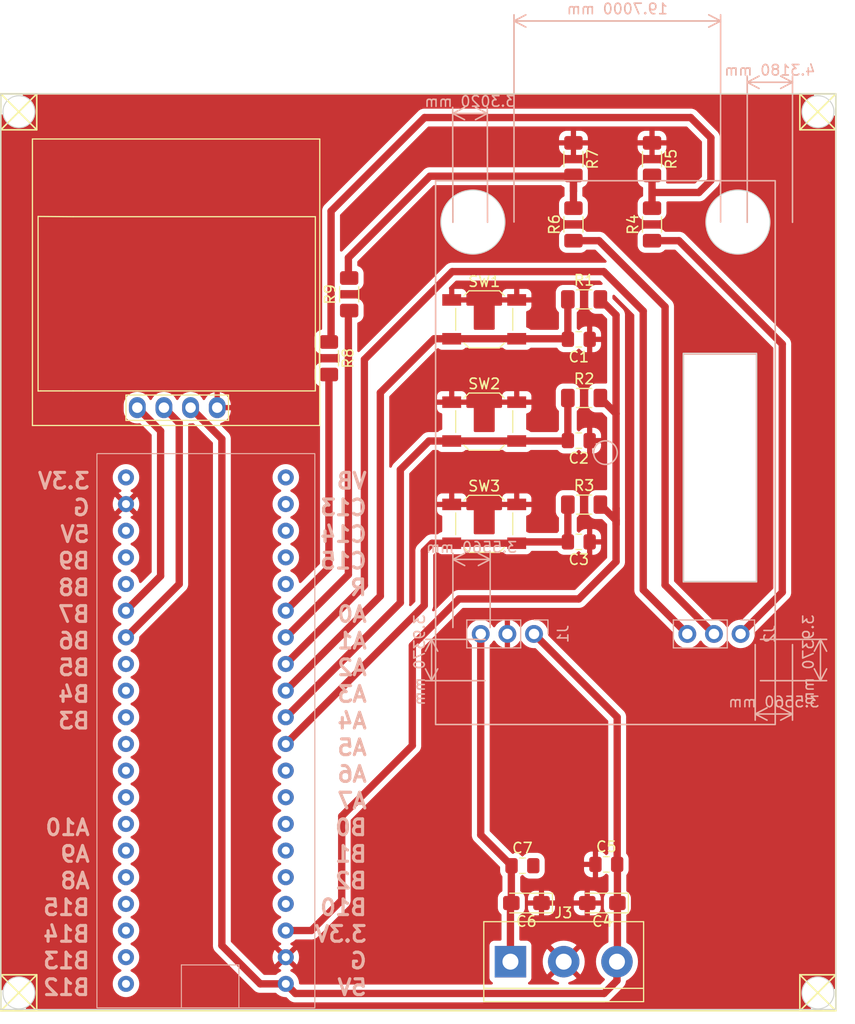
<source format=kicad_pcb>
(kicad_pcb (version 20221018) (generator pcbnew)
  (layers (0 "F.Cu" signal) (31 "B.Cu" signal) (34 "B.Paste" user) (35 "F.Paste" user) (36 "B.SilkS" user "B.Silkscreen") (37 "F.SilkS" user "F.Silkscreen") (38 "B.Mask" user) (39 "F.Mask" user) (44 "Edge.Cuts" user))
  (net 0 "")
  (net 1 "GND")
  (net 2 "+5V")
  (net 3 "Net-(Brd1-SCL)")
  (net 4 "Net-(Brd1-SDA)")
  (net 5 "Button1")
  (net 6 "Button2")
  (net 7 "Button3")
  (net 8 "-5V")
  (net 9 "+3V3")
  (net 10 "ADC0")
  (net 11 "ADC1")
  (net 38 "Pot1")
  (net 39 "Pot2")
  (net 40 "Out")
  (net 41 "Net-(R4-Pad2)")
  (net 42 "Net-(R6-Pad2)")
  (footprint "Button_Switch_SMD:SW_SPST_SKQG_WithStem" (layer "F.Cu") (at 166.751 79.964)
    (fp_text reference "SW3" (at 0 -3.6) (layer "F.SilkS"))
    (fp_text value "SW_Push")
    (fp_line (start -2.72 1.04) (end -2.72 -1.04) (stroke (width 0.12)) (layer "F.SilkS"))
    (fp_line (start -1.45 -2.72) (end -1.94 -2.23) (stroke (width 0.12)) (layer "F.SilkS"))
    (fp_line (start -1.45 -2.72) (end 1.45 -2.72) (stroke (width 0.12)) (layer "F.SilkS"))
    (fp_line (start -1.45 2.72) (end -1.94 2.23) (stroke (width 0.12)) (layer "F.SilkS"))
    (fp_line (start -1.45 2.72) (end 1.45 2.72) (stroke (width 0.12)) (layer "F.SilkS"))
    (fp_line (start 1.45 -2.72) (end 1.94 -2.23) (stroke (width 0.12)) (layer "F.SilkS"))
    (fp_line (start 1.45 2.72) (end 1.94 2.23) (stroke (width 0.12)) (layer "F.SilkS"))
    (fp_line (start 2.72 1.04) (end 2.72 -1.04) (stroke (width 0.12)) (layer "F.SilkS"))
    (pad "1" smd rect (at -3.1 -1.85) (size 1.8 1.1) (layers "F.Cu" "F.Paste" "F.Mask") (net 1 "GND"))
    (pad "1" smd rect (at 3.1 -1.85) (size 1.8 1.1) (layers "F.Cu" "F.Paste" "F.Mask") (net 1 "GND"))
    (pad "2" smd rect (at -3.1 1.85) (size 1.8 1.1) (layers "F.Cu" "F.Paste" "F.Mask") (net 7 "Button3"))
    (pad "2" smd rect (at 3.1 1.85) (size 1.8 1.1) (layers "F.Cu" "F.Paste" "F.Mask") (net 7 "Button3"))
    (zone (net 0) (net_name "") (layer "F.Cu") (connect_pads (clearance 0)) (min_thickness 0.254)
      (keepout (tracks not_allowed) (vias not_allowed) (pads not_allowed) (copperpour not_allowed) (footprints not_allowed))
      (fill (thermal_gap 0.508) (thermal_bridge_width 0.508))
      (polygon (pts (xy 162.751 78.664) (xy 165.751 78.664) (xy 165.751 81.264) (xy 162.751 81.264)))
    )
    (zone (net 0) (net_name "") (layer "F.Cu") (connect_pads (clearance 0)) (min_thickness 0.254)
      (keepout (tracks not_allowed) (vias not_allowed) (pads not_allowed) (copperpour not_allowed) (footprints not_allowed))
      (fill (thermal_gap 0.508) (thermal_bridge_width 0.508))
      (polygon (pts (xy 167.751 78.664) (xy 170.751 78.664) (xy 170.751 81.264) (xy 167.751 81.264)))
    )
  )
  (footprint "Capacitor_SMD:C_0805_2012Metric_Pad1.18x1.45mm_HandSolder" (layer "F.Cu") (at 170.3935 112.54225)
    (fp_text reference "C7" (at 0 -1.68) (layer "F.SilkS"))
    (fp_text value "C")
    (fp_line (start -0.261252 -0.735) (end 0.261252 -0.735) (stroke (width 0.12)) (layer "F.SilkS"))
    (fp_line (start -0.261252 0.735) (end 0.261252 0.735) (stroke (width 0.12)) (layer "F.SilkS"))
    (pad "1" smd roundrect (at -1.0375 0) (size 1.175 1.45) (layers "F.Cu" "F.Paste" "F.Mask") (roundrect_rratio 0.212766) (net 1 "GND"))
    (pad "2" smd roundrect (at 1.0375 0) (size 1.175 1.45) (layers "F.Cu" "F.Paste" "F.Mask") (roundrect_rratio 0.212766) (net 8 "-5V"))
  )
  (footprint "Resistor_SMD:R_1206_3216Metric_Pad1.30x1.75mm_HandSolder" (layer "F.Cu") (at 175.26 51.435 90)
    (fp_text reference "R6" (at 0 -1.82 90) (layer "F.SilkS"))
    (fp_text value "R")
    (fp_line (start -0.727064 -0.91) (end 0.727064 -0.91) (stroke (width 0.12)) (layer "F.SilkS"))
    (fp_line (start -0.727064 0.91) (end 0.727064 0.91) (stroke (width 0.12)) (layer "F.SilkS"))
    (pad "1" smd roundrect (at -1.55 0 90) (size 1.3 1.75) (layers "F.Cu" "F.Paste" "F.Mask") (roundrect_rratio 0.192308) (net 39 "Pot2"))
    (pad "2" smd roundrect (at 1.55 0 90) (size 1.3 1.75) (layers "F.Cu" "F.Paste" "F.Mask") (roundrect_rratio 0.192308) (net 42 "Net-(R6-Pad2)"))
  )
  (footprint "TerminalBlock:TerminalBlock_bornier-3_P5.08mm" (layer "F.Cu") (at 169.2505 121.68625)
    (fp_text reference "J3" (at 5.05 -4.65) (layer "F.SilkS"))
    (fp_text value "Screw_Terminal_01x03")
    (fp_line (start -2.54 -3.81) (end 12.7 -3.81) (stroke (width 0.12)) (layer "F.SilkS"))
    (fp_line (start -2.54 2.54) (end 12.7 2.54) (stroke (width 0.12)) (layer "F.SilkS"))
    (fp_line (start -2.54 3.81) (end -2.54 -3.81) (stroke (width 0.12)) (layer "F.SilkS"))
    (fp_line (start -2.54 3.81) (end 12.7 3.81) (stroke (width 0.12)) (layer "F.SilkS"))
    (fp_line (start 12.7 3.81) (end 12.7 -3.81) (stroke (width 0.12)) (layer "F.SilkS"))
    (pad "1" thru_hole rect (at 0 0) (size 3 3) (drill 1.52) (layers "*.Cu" "*.Mask") (net 8 "-5V"))
    (pad "2" thru_hole circle (at 5.08 0) (size 3 3) (drill 1.52) (layers "*.Cu" "*.Mask") (net 1 "GND"))
    (pad "3" thru_hole circle (at 10.16 0) (size 3 3) (drill 1.52) (layers "*.Cu" "*.Mask") (net 2 "+5V"))
  )
  (footprint "Resistor_SMD:R_1206_3216Metric_Pad1.30x1.75mm_HandSolder" (layer "F.Cu") (at 175.26 45.212 -90)
    (fp_text reference "R7" (at 0 -1.82 90) (layer "F.SilkS"))
    (fp_text value "R")
    (fp_line (start -0.727064 -0.91) (end 0.727064 -0.91) (stroke (width 0.12)) (layer "F.SilkS"))
    (fp_line (start -0.727064 0.91) (end 0.727064 0.91) (stroke (width 0.12)) (layer "F.SilkS"))
    (pad "1" smd roundrect (at -1.55 0 270) (size 1.3 1.75) (layers "F.Cu" "F.Paste" "F.Mask") (roundrect_rratio 0.192308) (net 1 "GND"))
    (pad "2" smd roundrect (at 1.55 0 270) (size 1.3 1.75) (layers "F.Cu" "F.Paste" "F.Mask") (roundrect_rratio 0.192308) (net 42 "Net-(R6-Pad2)"))
  )
  (footprint "Capacitor_SMD:C_0805_2012Metric_Pad1.18x1.45mm_HandSolder" (layer "F.Cu") (at 175.768 62.383 180)
    (fp_text reference "C1" (at 0 -1.68) (layer "F.SilkS"))
    (fp_text value "C")
    (fp_line (start -0.261252 -0.735) (end 0.261252 -0.735) (stroke (width 0.12)) (layer "F.SilkS"))
    (fp_line (start -0.261252 0.735) (end 0.261252 0.735) (stroke (width 0.12)) (layer "F.SilkS"))
    (pad "1" smd roundrect (at -1.0375 0 180) (size 1.175 1.45) (layers "F.Cu" "F.Paste" "F.Mask") (roundrect_rratio 0.212766) (net 1 "GND"))
    (pad "2" smd roundrect (at 1.0375 0 180) (size 1.175 1.45) (layers "F.Cu" "F.Paste" "F.Mask") (roundrect_rratio 0.212766) (net 5 "Button1"))
  )
  (footprint "Footprints:128x64OLED" (layer "F.Cu") (at 137.668 58.293 180)
    (fp_text reference "Brd1" hide)
    (fp_text value "SSD1306")
    (fp_line (start -13.4 -12.3) (end 14 -12.3) (stroke (width 0.12)) (layer "F.SilkS"))
    (fp_line (start -13.4 15) (end -13.4 -12.3) (stroke (width 0.12)) (layer "F.SilkS"))
    (fp_line (start -12.978 -9.005) (end 10.122 -9.005) (stroke (width 0.12)) (layer "F.SilkS"))
    (fp_line (start -12.978 7.595) (end -12.978 -9.005) (stroke (width 0.12)) (layer "F.SilkS"))
    (fp_line (start -4.699 -11.811) (end -4.699 -9.398) (stroke (width 0.12)) (layer "F.SilkS"))
    (fp_line (start -4.699 -11.811) (end 5.08 -11.811) (stroke (width 0.12)) (layer "F.SilkS"))
    (fp_line (start 5.08 -11.811) (end 5.08 -9.398) (stroke (width 0.12)) (layer "F.SilkS"))
    (fp_line (start 5.08 -9.398) (end -4.699 -9.398) (stroke (width 0.12)) (layer "F.SilkS"))
    (fp_line (start 10.122 -9.005) (end 13.208 -9.005) (stroke (width 0.12)) (layer "F.SilkS"))
    (fp_line (start 10.122 7.595) (end -12.978 7.595) (stroke (width 0.12)) (layer "F.SilkS"))
    (fp_line (start 10.122 7.595) (end 13.462 7.62) (stroke (width 0.12)) (layer "F.SilkS"))
    (fp_line (start 13.462 -9.017) (end 13.208 -9.005) (stroke (width 0.12)) (layer "F.SilkS"))
    (fp_line (start 13.462 7.62) (end 13.462 -9.017) (stroke (width 0.12)) (layer "F.SilkS"))
    (fp_line (start 14 -12.3) (end 14 15) (stroke (width 0.12)) (layer "F.SilkS"))
    (fp_line (start 14 15) (end -13.4 15) (stroke (width 0.12)) (layer "F.SilkS"))
    (pad "1" thru_hole oval (at -3.62 -10.6 270) (size 2 1.6) (drill 1) (layers "*.Cu" "*.Mask") (net 1 "GND"))
    (pad "2" thru_hole oval (at -1.08 -10.6 270) (size 2 1.6) (drill 1) (layers "*.Cu" "*.Mask") (net 2 "+5V"))
    (pad "3" thru_hole oval (at 1.46 -10.6 270) (size 2 1.6) (drill 1) (layers "*.Cu" "*.Mask") (net 3 "Net-(Brd1-SCL)"))
    (pad "4" thru_hole oval (at 4 -10.6 270) (size 2 1.6) (drill 1) (layers "*.Cu" "*.Mask") (net 4 "Net-(Brd1-SDA)"))
  )
  (footprint "Capacitor_SMD:C_0805_2012Metric_Pad1.18x1.45mm_HandSolder" (layer "F.Cu") (at 175.768 81.687 180)
    (fp_text reference "C3" (at 0 -1.68) (layer "F.SilkS"))
    (fp_text value "C")
    (fp_line (start -0.261252 -0.735) (end 0.261252 -0.735) (stroke (width 0.12)) (layer "F.SilkS"))
    (fp_line (start -0.261252 0.735) (end 0.261252 0.735) (stroke (width 0.12)) (layer "F.SilkS"))
    (pad "1" smd roundrect (at -1.0375 0 180) (size 1.175 1.45) (layers "F.Cu" "F.Paste" "F.Mask") (roundrect_rratio 0.212766) (net 1 "GND"))
    (pad "2" smd roundrect (at 1.0375 0 180) (size 1.175 1.45) (layers "F.Cu" "F.Paste" "F.Mask") (roundrect_rratio 0.212766) (net 7 "Button3"))
  )
  (footprint "Capacitor_Tantalum_SMD:CP_EIA-3216-18_Kemet-A_Pad1.58x1.35mm_HandSolder" (layer "F.Cu") (at 170.7745 116.09825 180)
    (fp_text reference "C6" (at 0 -1.75) (layer "F.SilkS"))
    (fp_text value "C_Polarized")
    (fp_line (start -2.485 -0.935) (end -2.485 0.935) (stroke (width 0.12)) (layer "F.SilkS"))
    (fp_line (start -2.485 0.935) (end 1.6 0.935) (stroke (width 0.12)) (layer "F.SilkS"))
    (fp_line (start 1.6 -0.935) (end -2.485 -0.935) (stroke (width 0.12)) (layer "F.SilkS"))
    (pad "1" smd roundrect (at -1.4375 0 180) (size 1.575 1.35) (layers "F.Cu" "F.Paste" "F.Mask") (roundrect_rratio 0.185185) (net 1 "GND"))
    (pad "2" smd roundrect (at 1.4375 0 180) (size 1.575 1.35) (layers "F.Cu" "F.Paste" "F.Mask") (roundrect_rratio 0.185185) (net 8 "-5V"))
  )
  (footprint "Resistor_SMD:R_1206_3216Metric_Pad1.30x1.75mm_HandSolder" (layer "F.Cu") (at 176.276 78.131)
    (fp_text reference "R3" (at 0 -1.82) (layer "F.SilkS"))
    (fp_text value "R")
    (fp_line (start -0.727064 -0.91) (end 0.727064 -0.91) (stroke (width 0.12)) (layer "F.SilkS"))
    (fp_line (start -0.727064 0.91) (end 0.727064 0.91) (stroke (width 0.12)) (layer "F.SilkS"))
    (pad "1" smd roundrect (at -1.55 0) (size 1.3 1.75) (layers "F.Cu" "F.Paste" "F.Mask") (roundrect_rratio 0.192308) (net 7 "Button3"))
    (pad "2" smd roundrect (at 1.55 0) (size 1.3 1.75) (layers "F.Cu" "F.Paste" "F.Mask") (roundrect_rratio 0.192308) (net 9 "+3V3"))
  )
  (footprint "Resistor_SMD:R_1206_3216Metric_Pad1.30x1.75mm_HandSolder" (layer "F.Cu") (at 153.8732 58.0904 90)
    (fp_text reference "R9" (at 0 -1.82 90) (layer "F.SilkS"))
    (fp_text value "R")
    (fp_line (start -0.727064 -0.91) (end 0.727064 -0.91) (stroke (width 0.12)) (layer "F.SilkS"))
    (fp_line (start -0.727064 0.91) (end 0.727064 0.91) (stroke (width 0.12)) (layer "F.SilkS"))
    (pad "1" smd roundrect (at -1.55 0 90) (size 1.3 1.75) (layers "F.Cu" "F.Paste" "F.Mask") (roundrect_rratio 0.192308) (net 11 "ADC1"))
    (pad "2" smd roundrect (at 1.55 0 90) (size 1.3 1.75) (layers "F.Cu" "F.Paste" "F.Mask") (roundrect_rratio 0.192308) (net 42 "Net-(R6-Pad2)"))
  )
  (footprint "Resistor_SMD:R_1206_3216Metric_Pad1.30x1.75mm_HandSolder" (layer "F.Cu") (at 182.753 45.212 -90)
    (fp_text reference "R5" (at 0 -1.82 -270) (layer "F.SilkS"))
    (fp_text value "R")
    (fp_line (start -0.727064 -0.91) (end 0.727064 -0.91) (stroke (width 0.12)) (layer "F.SilkS"))
    (fp_line (start -0.727064 0.91) (end 0.727064 0.91) (stroke (width 0.12)) (layer "F.SilkS"))
    (pad "1" smd roundrect (at -1.55 0 270) (size 1.3 1.75) (layers "F.Cu" "F.Paste" "F.Mask") (roundrect_rratio 0.192308) (net 1 "GND"))
    (pad "2" smd roundrect (at 1.55 0 270) (size 1.3 1.75) (layers "F.Cu" "F.Paste" "F.Mask") (roundrect_rratio 0.192308) (net 41 "Net-(R4-Pad2)"))
  )
  (footprint "Resistor_SMD:R_1206_3216Metric_Pad1.30x1.75mm_HandSolder" (layer "F.Cu") (at 176.276 58.573)
    (fp_text reference "R1" (at 0 -1.82) (layer "F.SilkS"))
    (fp_text value "R")
    (fp_line (start -0.727064 -0.91) (end 0.727064 -0.91) (stroke (width 0.12)) (layer "F.SilkS"))
    (fp_line (start -0.727064 0.91) (end 0.727064 0.91) (stroke (width 0.12)) (layer "F.SilkS"))
    (pad "1" smd roundrect (at -1.55 0) (size 1.3 1.75) (layers "F.Cu" "F.Paste" "F.Mask") (roundrect_rratio 0.192308) (net 5 "Button1"))
    (pad "2" smd roundrect (at 1.55 0) (size 1.3 1.75) (layers "F.Cu" "F.Paste" "F.Mask") (roundrect_rratio 0.192308) (net 9 "+3V3"))
  )
  (footprint "Resistor_SMD:R_1206_3216Metric_Pad1.30x1.75mm_HandSolder" (layer "F.Cu") (at 176.276 67.971)
    (fp_text reference "R2" (at 0 -1.82) (layer "F.SilkS"))
    (fp_text value "R")
    (fp_line (start -0.727064 -0.91) (end 0.727064 -0.91) (stroke (width 0.12)) (layer "F.SilkS"))
    (fp_line (start -0.727064 0.91) (end 0.727064 0.91) (stroke (width 0.12)) (layer "F.SilkS"))
    (pad "1" smd roundrect (at -1.55 0) (size 1.3 1.75) (layers "F.Cu" "F.Paste" "F.Mask") (roundrect_rratio 0.192308) (net 6 "Button2"))
    (pad "2" smd roundrect (at 1.55 0) (size 1.3 1.75) (layers "F.Cu" "F.Paste" "F.Mask") (roundrect_rratio 0.192308) (net 9 "+3V3"))
  )
  (footprint "Button_Switch_SMD:SW_SPST_SKQG_WithStem" (layer "F.Cu") (at 166.751 60.478)
    (fp_text reference "SW1" (at 0 -3.6) (layer "F.SilkS"))
    (fp_text value "SW_Push")
    (fp_line (start -2.72 1.04) (end -2.72 -1.04) (stroke (width 0.12)) (layer "F.SilkS"))
    (fp_line (start -1.45 -2.72) (end -1.94 -2.23) (stroke (width 0.12)) (layer "F.SilkS"))
    (fp_line (start -1.45 -2.72) (end 1.45 -2.72) (stroke (width 0.12)) (layer "F.SilkS"))
    (fp_line (start -1.45 2.72) (end -1.94 2.23) (stroke (width 0.12)) (layer "F.SilkS"))
    (fp_line (start -1.45 2.72) (end 1.45 2.72) (stroke (width 0.12)) (layer "F.SilkS"))
    (fp_line (start 1.45 -2.72) (end 1.94 -2.23) (stroke (width 0.12)) (layer "F.SilkS"))
    (fp_line (start 1.45 2.72) (end 1.94 2.23) (stroke (width 0.12)) (layer "F.SilkS"))
    (fp_line (start 2.72 1.04) (end 2.72 -1.04) (stroke (width 0.12)) (layer "F.SilkS"))
    (pad "1" smd rect (at -3.1 -1.85) (size 1.8 1.1) (layers "F.Cu" "F.Paste" "F.Mask") (net 1 "GND"))
    (pad "1" smd rect (at 3.1 -1.85) (size 1.8 1.1) (layers "F.Cu" "F.Paste" "F.Mask") (net 1 "GND"))
    (pad "2" smd rect (at -3.1 1.85) (size 1.8 1.1) (layers "F.Cu" "F.Paste" "F.Mask") (net 5 "Button1"))
    (pad "2" smd rect (at 3.1 1.85) (size 1.8 1.1) (layers "F.Cu" "F.Paste" "F.Mask") (net 5 "Button1"))
    (zone (net 0) (net_name "") (layer "F.Cu") (connect_pads (clearance 0)) (min_thickness 0.254)
      (keepout (tracks not_allowed) (vias not_allowed) (pads not_allowed) (copperpour not_allowed) (footprints not_allowed))
      (fill (thermal_gap 0.508) (thermal_bridge_width 0.508))
      (polygon (pts (xy 162.751 59.178) (xy 165.751 59.178) (xy 165.751 61.778) (xy 162.751 61.778)))
    )
    (zone (net 0) (net_name "") (layer "F.Cu") (connect_pads (clearance 0)) (min_thickness 0.254)
      (keepout (tracks not_allowed) (vias not_allowed) (pads not_allowed) (copperpour not_allowed) (footprints not_allowed))
      (fill (thermal_gap 0.508) (thermal_bridge_width 0.508))
      (polygon (pts (xy 167.751 59.178) (xy 170.751 59.178) (xy 170.751 61.778) (xy 167.751 61.778)))
    )
  )
  (footprint "Capacitor_SMD:C_0805_2012Metric_Pad1.18x1.45mm_HandSolder" (layer "F.Cu") (at 175.768 72.035 180)
    (fp_text reference "C2" (at 0 -1.68) (layer "F.SilkS"))
    (fp_text value "C")
    (fp_line (start -0.261252 -0.735) (end 0.261252 -0.735) (stroke (width 0.12)) (layer "F.SilkS"))
    (fp_line (start -0.261252 0.735) (end 0.261252 0.735) (stroke (width 0.12)) (layer "F.SilkS"))
    (pad "1" smd roundrect (at -1.0375 0 180) (size 1.175 1.45) (layers "F.Cu" "F.Paste" "F.Mask") (roundrect_rratio 0.212766) (net 1 "GND"))
    (pad "2" smd roundrect (at 1.0375 0 180) (size 1.175 1.45) (layers "F.Cu" "F.Paste" "F.Mask") (roundrect_rratio 0.212766) (net 6 "Button2"))
  )
  (footprint "Capacitor_SMD:C_0805_2012Metric_Pad1.18x1.45mm_HandSolder" (layer "F.Cu") (at 178.3945 112.41525)
    (fp_text reference "C5" (at 0 -1.68) (layer "F.SilkS"))
    (fp_text value "C")
    (fp_line (start -0.261252 -0.735) (end 0.261252 -0.735) (stroke (width 0.12)) (layer "F.SilkS"))
    (fp_line (start -0.261252 0.735) (end 0.261252 0.735) (stroke (width 0.12)) (layer "F.SilkS"))
    (pad "1" smd roundrect (at -1.0375 0) (size 1.175 1.45) (layers "F.Cu" "F.Paste" "F.Mask") (roundrect_rratio 0.212766) (net 1 "GND"))
    (pad "2" smd roundrect (at 1.0375 0) (size 1.175 1.45) (layers "F.Cu" "F.Paste" "F.Mask") (roundrect_rratio 0.212766) (net 2 "+5V"))
  )
  (footprint "Capacitor_Tantalum_SMD:CP_EIA-3216-18_Kemet-A_Pad1.58x1.35mm_HandSolder" (layer "F.Cu") (at 178.0135 116.09825 180)
    (fp_text reference "C4" (at 0 -1.75) (layer "F.SilkS"))
    (fp_text value "C_Polarized")
    (fp_line (start -2.485 -0.935) (end -2.485 0.935) (stroke (width 0.12)) (layer "F.SilkS"))
    (fp_line (start -2.485 0.935) (end 1.6 0.935) (stroke (width 0.12)) (layer "F.SilkS"))
    (fp_line (start 1.6 -0.935) (end -2.485 -0.935) (stroke (width 0.12)) (layer "F.SilkS"))
    (pad "1" smd roundrect (at -1.4375 0 180) (size 1.575 1.35) (layers "F.Cu" "F.Paste" "F.Mask") (roundrect_rratio 0.185185) (net 2 "+5V"))
    (pad "2" smd roundrect (at 1.4375 0 180) (size 1.575 1.35) (layers "F.Cu" "F.Paste" "F.Mask") (roundrect_rratio 0.185185) (net 1 "GND"))
  )
  (footprint "Resistor_SMD:R_1206_3216Metric_Pad1.30x1.75mm_HandSolder" (layer "F.Cu") (at 182.753 51.435 90)
    (fp_text reference "R4" (at 0 -1.82 90) (layer "F.SilkS"))
    (fp_text value "R")
    (fp_line (start -0.727064 -0.91) (end 0.727064 -0.91) (stroke (width 0.12)) (layer "F.SilkS"))
    (fp_line (start -0.727064 0.91) (end 0.727064 0.91) (stroke (width 0.12)) (layer "F.SilkS"))
    (pad "1" smd roundrect (at -1.55 0 90) (size 1.3 1.75) (layers "F.Cu" "F.Paste" "F.Mask") (roundrect_rratio 0.192308) (net 38 "Pot1"))
    (pad "2" smd roundrect (at 1.55 0 90) (size 1.3 1.75) (layers "F.Cu" "F.Paste" "F.Mask") (roundrect_rratio 0.192308) (net 41 "Net-(R4-Pad2)"))
  )
  (footprint "Button_Switch_SMD:SW_SPST_SKQG_WithStem" (layer "F.Cu") (at 166.751 70.221)
    (fp_text reference "SW2" (at 0 -3.6) (layer "F.SilkS"))
    (fp_text value "SW_Push")
    (fp_line (start -2.72 1.04) (end -2.72 -1.04) (stroke (width 0.12)) (layer "F.SilkS"))
    (fp_line (start -1.45 -2.72) (end -1.94 -2.23) (stroke (width 0.12)) (layer "F.SilkS"))
    (fp_line (start -1.45 -2.72) (end 1.45 -2.72) (stroke (width 0.12)) (layer "F.SilkS"))
    (fp_line (start -1.45 2.72) (end -1.94 2.23) (stroke (width 0.12)) (layer "F.SilkS"))
    (fp_line (start -1.45 2.72) (end 1.45 2.72) (stroke (width 0.12)) (layer "F.SilkS"))
    (fp_line (start 1.45 -2.72) (end 1.94 -2.23) (stroke (width 0.12)) (layer "F.SilkS"))
    (fp_line (start 1.45 2.72) (end 1.94 2.23) (stroke (width 0.12)) (layer "F.SilkS"))
    (fp_line (start 2.72 1.04) (end 2.72 -1.04) (stroke (width 0.12)) (layer "F.SilkS"))
    (pad "1" smd rect (at -3.1 -1.85) (size 1.8 1.1) (layers "F.Cu" "F.Paste" "F.Mask") (net 1 "GND"))
    (pad "1" smd rect (at 3.1 -1.85) (size 1.8 1.1) (layers "F.Cu" "F.Paste" "F.Mask") (net 1 "GND"))
    (pad "2" smd rect (at -3.1 1.85) (size 1.8 1.1) (layers "F.Cu" "F.Paste" "F.Mask") (net 6 "Button2"))
    (pad "2" smd rect (at 3.1 1.85) (size 1.8 1.1) (layers "F.Cu" "F.Paste" "F.Mask") (net 6 "Button2"))
    (zone (net 0) (net_name "") (layer "F.Cu") (connect_pads (clearance 0)) (min_thickness 0.254)
      (keepout (tracks not_allowed) (vias not_allowed) (pads not_allowed) (copperpour not_allowed) (footprints not_allowed))
      (fill (thermal_gap 0.508) (thermal_bridge_width 0.508))
      (polygon (pts (xy 162.751 68.921) (xy 165.751 68.921) (xy 165.751 71.521) (xy 162.751 71.521)))
    )
    (zone (net 0) (net_name "") (layer "F.Cu") (connect_pads (clearance 0)) (min_thickness 0.254)
      (keepout (tracks not_allowed) (vias not_allowed) (pads not_allowed) (copperpour not_allowed) (footprints not_allowed))
      (fill (thermal_gap 0.508) (thermal_bridge_width 0.508))
      (polygon (pts (xy 167.751 68.921) (xy 170.751 68.921) (xy 170.751 71.521) (xy 167.751 71.521)))
    )
  )
  (footprint "Resistor_SMD:R_1206_3216Metric_Pad1.30x1.75mm_HandSolder" (layer "F.Cu") (at 151.9428 64.1852 -90)
    (fp_text reference "R8" (at 0 -1.82 90) (layer "F.SilkS"))
    (fp_text value "R")
    (fp_line (start -0.727064 -0.91) (end 0.727064 -0.91) (stroke (width 0.12)) (layer "F.SilkS"))
    (fp_line (start -0.727064 0.91) (end 0.727064 0.91) (stroke (width 0.12)) (layer "F.SilkS"))
    (pad "1" smd roundrect (at -1.55 0 270) (size 1.3 1.75) (layers "F.Cu" "F.Paste" "F.Mask") (roundrect_rratio 0.192308) (net 41 "Net-(R4-Pad2)"))
    (pad "2" smd roundrect (at 1.55 0 270) (size 1.3 1.75) (layers "F.Cu" "F.Paste" "F.Mask") (roundrect_rratio 0.192308) (net 10 "ADC0"))
  )
  (footprint "Connector_PinSocket_2.54mm:PinSocket_1x03_P2.54mm_Vertical" (layer "B.Cu") (at 171.4985 90.456 90)
    (fp_text reference "J1" (at 0 2.77 90) (layer "B.SilkS") (effects (justify mirror)))
    (fp_text value "Conn_01x03_Socket")
    (fp_line (start -1.33 -6.41) (end 1.33 -6.41) (stroke (width 0.12)) (layer "B.SilkS"))
    (fp_line (start -1.33 -1.27) (end -1.33 -6.41) (stroke (width 0.12)) (layer "B.SilkS"))
    (fp_line (start -1.33 -1.27) (end 1.33 -1.27) (stroke (width 0.12)) (layer "B.SilkS"))
    (fp_line (start 0 1.33) (end 1.33 1.33) (stroke (width 0.12)) (layer "B.SilkS"))
    (fp_line (start 1.33 -1.27) (end 1.33 -6.41) (stroke (width 0.12)) (layer "B.SilkS"))
    (fp_line (start 1.33 1.33) (end 1.33 0) (stroke (width 0.12)) (layer "B.SilkS"))
    (pad "1" thru_hole circle (at 0 0 90) (size 1.7 1.7) (drill 1) (layers "*.Cu" "*.Mask") (net 2 "+5V"))
    (pad "2" thru_hole oval (at 0 -2.54 90) (size 1.7 1.7) (drill 1) (layers "*.Cu" "*.Mask") (net 1 "GND"))
    (pad "3" thru_hole oval (at 0 -5.08 90) (size 1.7 1.7) (drill 1) (layers "*.Cu" "*.Mask") (net 8 "-5V"))
  )
  (footprint "Footprints:stm32f411 blackpill" (layer "B.Cu") (at 140.208 99.695 180)
    (fp_text reference "D1" hide)
    (fp_text value "~")
    (fp_text user "G" (at -15.494 -22.7838 unlocked) (layer "B.SilkS") (effects (font (size 1.5 1.5) (thickness 0.3) bold) (justify left bottom mirror)))
    (fp_text user "C15" (at -15.494 15.3162 unlocked) (layer "B.SilkS") (effects (font (size 1.5 1.5) (thickness 0.3) bold) (justify left bottom mirror)))
    (fp_text user "R" (at -15.494 12.7762 unlocked) (layer "B.SilkS") (effects (font (size 1.5 1.5) (thickness 0.3) bold) (justify left bottom mirror)))
    (fp_text user "A4" (at -15.494 0.0762 unlocked) (layer "B.SilkS") (effects (font (size 1.5 1.5) (thickness 0.3) bold) (justify left bottom mirror)))
    (fp_text user "C13" (at -15.494 20.3962 unlocked) (layer "B.SilkS") (effects (font (size 1.5 1.5) (thickness 0.3) bold) (justify left bottom mirror)))
    (fp_text user "A9" (at 10.922 -12.6238 unlocked) (layer "B.SilkS") (effects (font (size 1.5 1.5) (thickness 0.3) bold) (justify left bottom mirror)))
    (fp_text user "B7" (at 10.922 10.2362 unlocked) (layer "B.SilkS") (effects (font (size 1.5 1.5) (thickness 0.3) bold) (justify left bottom mirror)))
    (fp_text user "A6" (at -15.494 -5.0038 unlocked) (layer "B.SilkS") (effects (font (size 1.5 1.5) (thickness 0.3) bold) (justify left bottom mirror)))
    (fp_text user "B13" (at 10.922 -22.7838 unlocked) (layer "B.SilkS") (effects (font (size 1.5 1.5) (thickness 0.3) bold) (justify left bottom mirror)))
    (fp_text user "B14" (at 10.922 -20.2438 unlocked) (layer "B.SilkS") (effects (font (size 1.5 1.5) (thickness 0.3) bold) (justify left bottom mirror)))
    (fp_text user "A7" (at -15.494 -7.5438 unlocked) (layer "B.SilkS") (effects (font (size 1.5 1.5) (thickness 0.3) bold) (justify left bottom mirror)))
    (fp_text user "5V" (at 10.922 17.8562 unlocked) (layer "B.SilkS") (effects (font (size 1.5 1.5) (thickness 0.3) bold) (justify left bottom mirror)))
    (fp_text user "B4" (at 10.922 2.6162 unlocked) (layer "B.SilkS") (effects (font (size 1.5 1.5) (thickness 0.3) bold) (justify left bottom mirror)))
    (fp_text user "A10" (at 10.922 -10.0838 unlocked) (layer "B.SilkS") (effects (font (size 1.5 1.5) (thickness 0.3) bold) (justify left bottom mirror)))
    (fp_text user "B9" (at 10.922 15.3162 unlocked) (layer "B.SilkS") (effects (font (size 1.5 1.5) (thickness 0.3) bold) (justify left bottom mirror)))
    (fp_text user "B10" (at -15.494 -17.7038 unlocked) (layer "B.SilkS") (effects (font (size 1.5 1.5) (thickness 0.3) bold) (justify left bottom mirror)))
    (fp_text user "A5" (at -15.494 -2.4638 unlocked) (layer "B.SilkS") (effects (font (size 1.5 1.5) (thickness 0.3) bold) (justify left bottom mirror)))
    (fp_text user "B8" (at 10.922 12.7762 unlocked) (layer "B.SilkS") (effects (font (size 1.5 1.5) (thickness 0.3) bold) (justify left bottom mirror)))
    (fp_text user "A0" (at -15.494 10.2362 unlocked) (layer "B.SilkS") (effects (font (size 1.5 1.5) (thickness 0.3) bold) (justify left bottom mirror)))
    (fp_text user "B6" (at 10.922 7.6962 unlocked) (layer "B.SilkS") (effects (font (size 1.5 1.5) (thickness 0.3) bold) (justify left bottom mirror)))
    (fp_text user "B3" (at 10.922 0.0762 unlocked) (layer "B.SilkS") (effects (font (size 1.5 1.5) (thickness 0.3) bold) (justify left bottom mirror)))
    (fp_text user "A1" (at -15.494 7.6962 unlocked) (layer "B.SilkS") (effects (font (size 1.5 1.5) (thickness 0.3) bold) (justify left bottom mirror)))
    (fp_text user "A8" (at 10.922 -15.1638 unlocked) (layer "B.SilkS") (effects (font (size 1.5 1.5) (thickness 0.3) bold) (justify left bottom mirror)))
    (fp_text user "3.3V" (at -15.494 -20.2438 unlocked) (layer "B.SilkS") (effects (font (size 1.5 1.5) (thickness 0.3) bold) (justify left bottom mirror)))
    (fp_text user "G" (at 10.922 20.3962 unlocked) (layer "B.SilkS") (effects (font (size 1.5 1.5) (thickness 0.3) bold) (justify left bottom mirror)))
    (fp_text user "B5" (at 10.922 5.1562 unlocked) (layer "B.SilkS") (effects (font (size 1.5 1.5) (thickness 0.3) bold) (justify left bottom mirror)))
    (fp_text user "B2" (at -15.494 -15.1638 unlocked) (layer "B.SilkS") (effects (font (size 1.5 1.5) (thickness 0.3) bold) (justify left bottom mirror)))
    (fp_text user "3.3V" (at 10.922 22.9362 unlocked) (layer "B.SilkS") (effects (font (size 1.5 1.5) (thickness 0.3) bold) (justify left bottom mirror)))
    (fp_text user "VB" (at -15.494 22.9362 unlocked) (layer "B.SilkS") (effects (font (size 1.5 1.5) (thickness 0.3) bold) (justify left bottom mirror)))
    (fp_text user "C14" (at -15.494 17.8562 unlocked) (layer "B.SilkS") (effects (font (size 1.5 1.5) (thickness 0.3) bold) (justify left bottom mirror)))
    (fp_text user "B1" (at -15.494 -12.6238 unlocked) (layer "B.SilkS") (effects (font (size 1.5 1.5) (thickness 0.3) bold) (justify left bottom mirror)))
    (fp_text user "A2" (at -15.494 5.1562 unlocked) (layer "B.SilkS") (effects (font (size 1.5 1.5) (thickness 0.3) bold) (justify left bottom mirror)))
    (fp_text user "B15" (at 10.922 -17.7038 unlocked) (layer "B.SilkS") (effects (font (size 1.5 1.5) (thickness 0.3) bold) (justify left bottom mirror)))
    (fp_text user "B0" (at -15.494 -10.0838 unlocked) (layer "B.SilkS") (effects (font (size 1.5 1.5) (thickness 0.3) bold) (justify left bottom mirror)))
    (fp_text user "5V" (at -15.494 -25.3238 unlocked) (layer "B.SilkS") (effects (font (size 1.5 1.5) (thickness 0.3) bold) (justify left bottom mirror)))
    (fp_text user "B12" (at 10.922 -25.3238 unlocked) (layer "B.SilkS") (effects (font (size 1.5 1.5) (thickness 0.3) bold) (justify left bottom mirror)))
    (fp_text user "A3" (at -15.494 2.6162 unlocked) (layer "B.SilkS") (effects (font (size 1.5 1.5) (thickness 0.3) bold) (justify left bottom mirror)))
    (fp_line (start -3.1496 -26.3652) (end -3.1496 -22.3012) (stroke (width 0.1)) (layer "B.SilkS"))
    (fp_line (start -3.1496 -22.3012) (end 2.3368 -22.3012) (stroke (width 0.1)) (layer "B.SilkS"))
    (fp_line (start 2.3368 -22.3012) (end 2.3368 -26.3652) (stroke (width 0.1)) (layer "B.SilkS"))
    (fp_rect (start -10.39 -26.3906) (end 10.39 26.4194) (stroke (width 0.1)) (fill none) (layer "B.SilkS"))
    (pad "3.3V" thru_hole circle (at -7.62 -19.0246 180) (size 1.524 1.524) (drill 0.762) (layers "*.Cu" "*.Mask") (net 9 "+3V3"))
    (pad "3.3V" thru_hole circle (at 7.62 24.1554 180) (size 1.524 1.524) (drill 0.762) (layers "*.Cu" "*.Mask") (net 9 "+3V3"))
    (pad "5V" thru_hole circle (at -7.62 -24.1046 180) (size 1.524 1.524) (drill 0.762) (layers "*.Cu" "*.Mask") (net 2 "+5V"))
    (pad "5V" thru_hole circle (at 7.62 19.0754 180) (size 1.524 1.524) (drill 0.762) (layers "*.Cu" "*.Mask") (net 2 "+5V"))
    (pad "A0" thru_hole circle (at -7.62 11.4554 180) (size 1.524 1.524) (drill 0.762) (layers "*.Cu" "*.Mask") (net 10 "ADC0"))
    (pad "A1" thru_hole circle (at -7.62 8.9154 180) (size 1.524 1.524) (drill 0.762) (layers "*.Cu" "*.Mask") (net 11 "ADC1"))
    (pad "A2" thru_hole circle (at -7.62 6.3754 180) (size 1.524 1.524) (drill 0.762) (layers "*.Cu" "*.Mask") (net 40 "Out"))
    (pad "A3" thru_hole circle (at -7.62 3.8354 180) (size 1.524 1.524) (drill 0.762) (layers "*.Cu" "*.Mask") (net 5 "Button1"))
    (pad "A4" thru_hole circle (at -7.62 1.2954 180) (size 1.524 1.524) (drill 0.762) (layers "*.Cu" "*.Mask") (net 6 "Button2"))
    (pad "A5" thru_hole circle (at -7.62 -1.2446 180) (size 1.524 1.524) (drill 0.762) (layers "*.Cu" "*.Mask") (net 7 "Button3"))
    (pad "A6" thru_hole circle (at -7.62 -3.7846 180) (size 1.524 1.524) (drill 0.762) (layers "*.Cu" "*.Mask"))
    (pad "A7" thru_hole circle (at -7.62 -6.3246 180) (size 1.524 1.524) (drill 0.762) (layers "*.Cu" "*.Mask"))
    (pad "A8" thru_hole circle (at 7.62 -13.9446 180) (size 1.524 1.524) (drill 0.762) (layers "*.Cu" "*.Mask"))
    (pad "A9" thru_hole circle (at 7.62 -11.4046 180) (size 1.524 1.524) (drill 0.762) (layers "*.Cu" "*.Mask"))
    (pad "A10" thru_hole circle (at 7.62 -8.8646 180) (size 1.524 1.524) (drill 0.762) (layers "*.Cu" "*.Mask"))
    (pad "A11" thru_hole circle (at 7.62 -6.3246 180) (size 1.524 1.524) (drill 0.762) (layers "*.Cu" "*.Mask"))
    (pad "A12" thru_hole circle (at 7.62 -3.7846 180) (size 1.524 1.524) (drill 0.762) (layers "*.Cu" "*.Mask"))
    (pad "A15" thru_hole circle (at 7.62 -1.2446 180) (size 1.524 1.524) (drill 0.762) (layers "*.Cu" "*.Mask"))
    (pad "B0" thru_hole circle (at -7.62 -8.8646 180) (size 1.524 1.524) (drill 0.762) (layers "*.Cu" "*.Mask"))
    (pad "B1" thru_hole circle (at -7.62 -11.4046 180) (size 1.524 1.524) (drill 0.762) (layers "*.Cu" "*.Mask"))
    (pad "B2" thru_hole circle (at -7.62 -13.9446 180) (size 1.524 1.524) (drill 0.762) (layers "*.Cu" "*.Mask"))
    (pad "B3" thru_hole circle (at 7.62 1.2954 180) (size 1.524 1.524) (drill 0.762) (layers "*.Cu" "*.Mask"))
    (pad "B4" thru_hole circle (at 7.62 3.8354 180) (size 1.524 1.524) (drill 0.762) (layers "*.Cu" "*.Mask"))
    (pad "B5" thru_hole circle (at 7.62 6.3754 180) (size 1.524 1.524) (drill 0.762) (layers "*.Cu" "*.Mask"))
    (pad "B6" thru_hole circle (at 7.62 8.9154 180) (size 1.524 1.524) (drill 0.762) (layers "*.Cu" "*.Mask") (net 3 "Net-(Brd1-SCL)"))
    (pad "B7" thru_hole circle (at 7.62 11.4554 180) (size 1.524 1.524) (drill 0.762) (layers "*.Cu" "*.Mask") (net 4 "Net-(Brd1-SDA)"))
    (pad "B8" thru_hole circle (at 7.62 13.9954 180) (size 1.524 1.524) (drill 0.762) (layers "*.Cu" "*.Mask"))
    (pad "B9" thru_hole circle (at 7.62 16.5354 180) (size 1.524 1.524) (drill 0.762) (layers "*.Cu" "*.Mask"))
    (pad "B10" thru_hole circle (at -7.62 -16.4846 180) (size 1.524 1.524) (drill 0.762) (layers "*.Cu" "*.Mask"))
    (pad "B12" thru_hole circle (at 7.62 -24.1046 180) (size 1.524 1.524) (drill 0.762) (layers "*.Cu" "*.Mask"))
    (pad "B13" thru_hole circle (at 7.62 -21.5646 180) (size 1.524 1.524) (drill 0.762) (layers "*.Cu" "*.Mask"))
    (pad "B14" thru_hole circle (at 7.62 -19.0246 180) (size 1.524 1.524) (drill 0.762) (layers "*.Cu" "*.Mask"))
    (pad "B15" thru_hole circle (at 7.62 -16.4846 180) (size 1.524 1.524) (drill 0.762) (layers "*.Cu" "*.Mask"))
    (pad "C13" thru_hole circle (at -7.62 21.6154 180) (size 1.524 1.524) (drill 0.762) (layers "*.Cu" "*.Mask"))
    (pad "C14" thru_hole circle (at -7.62 19.0754 180) (size 1.524 1.524) (drill 0.762) (layers "*.Cu" "*.Mask"))
    (pad "C15" thru_hole circle (at -7.62 16.5354 180) (size 1.524 1.524) (drill 0.762) (layers "*.Cu" "*.Mask"))
    (pad "G" thru_hole circle (at -7.62 -21.5646 180) (size 1.524 1.524) (drill 0.762) (layers "*.Cu" "*.Mask") (net 1 "GND"))
    (pad "G" thru_hole circle (at 7.62 21.6154 180) (size 1.524 1.524) (drill 0.762) (layers "*.Cu" "*.Mask") (net 1 "GND"))
    (pad "NRST" thru_hole circle (at -7.62 13.9954 180) (size 1.524 1.524) (drill 0.762) (layers "*.Cu" "*.Mask"))
    (pad "VB" thru_hole circle (at -7.62 24.1554 180) (size 1.524 1.524) (drill 0.762) (layers "*.Cu" "*.Mask"))
  )
  (footprint "Connector_PinSocket_2.54mm:PinSocket_1x03_P2.54mm_Vertical" (layer "B.Cu") (at 191.1985 90.456 90)
    (fp_text reference "J2" (at 0 2.77 90) (layer "B.SilkS") (effects (justify mirror)))
    (fp_text value "Conn_01x03_Socket")
    (fp_line (start -1.33 -6.41) (end 1.33 -6.41) (stroke (width 0.12)) (layer "B.SilkS"))
    (fp_line (start -1.33 -1.27) (end -1.33 -6.41) (stroke (width 0.12)) (layer "B.SilkS"))
    (fp_line (start -1.33 -1.27) (end 1.33 -1.27) (stroke (width 0.12)) (layer "B.SilkS"))
    (fp_line (start 0 1.33) (end 1.33 1.33) (stroke (width 0.12)) (layer "B.SilkS"))
    (fp_line (start 1.33 -1.27) (end 1.33 -6.41) (stroke (width 0.12)) (layer "B.SilkS"))
    (fp_line (start 1.33 1.33) (end 1.33 0) (stroke (width 0.12)) (layer "B.SilkS"))
    (pad "1" thru_hole circle (at 0 0 90) (size 1.7 1.7) (drill 1) (layers "*.Cu" "*.Mask") (net 38 "Pot1"))
    (pad "2" thru_hole oval (at 0 -2.54 90) (size 1.7 1.7) (drill 1) (layers "*.Cu" "*.Mask") (net 39 "Pot2"))
    (pad "3" thru_hole oval (at 0 -5.08 90) (size 1.7 1.7) (drill 1) (layers "*.Cu" "*.Mask") (net 40 "Out"))
  )
  (gr_rect (start 162.1155 47.27) (end 194.5005 99.086) (stroke (width 0.15)) (fill none) (layer "B.SilkS"))
  (gr_rect (start 185.7375 63.78) (end 192.7225 85.497) (stroke (width 0.15)) (fill none) (layer "B.SilkS"))
  (gr_circle (center 178.308 73.178) (end 177.1835 73.1975) (stroke (width 0.15)) (fill none) (layer "B.SilkS"))
  (gr_line (start 196.85 122.936) (end 200.279 126.365) (stroke (width 0.15)) (layer "F.SilkS"))
  (gr_rect (start 196.85 38.989) (end 200.279 42.418) (stroke (width 0.15)) (fill none) (layer "F.SilkS"))
  (gr_rect (start 120.65 38.989) (end 200.279 126.365) (stroke (width 0.15)) (fill none) (layer "F.SilkS"))
  (gr_line (start 120.65 122.936) (end 124.079 126.365) (stroke (width 0.15)) (layer "F.SilkS"))
  (gr_line (start 124.079 38.989) (end 120.65 42.418) (stroke (width 0.15)) (layer "F.SilkS"))
  (gr_line (start 124.079 122.936) (end 120.65 126.365) (stroke (width 0.15)) (layer "F.SilkS"))
  (gr_rect (start 196.85 122.936) (end 200.279 126.365) (stroke (width 0.15)) (fill none) (layer "F.SilkS"))
  (gr_line (start 200.279 122.936) (end 196.85 126.365) (stroke (width 0.15)) (layer "F.SilkS"))
  (gr_line (start 196.85 42.418) (end 200.279 38.989) (stroke (width 0.15)) (layer "F.SilkS"))
  (gr_rect (start 120.65 122.936) (end 124.079 126.365) (stroke (width 0.15)) (fill none) (layer "F.SilkS"))
  (gr_line (start 196.85 38.989) (end 200.279 42.418) (stroke (width 0.15)) (layer "F.SilkS"))
  (gr_rect (start 120.65 38.989) (end 124.079 42.418) (stroke (width 0.15)) (fill none) (layer "F.SilkS"))
  (gr_line (start 120.65 38.989) (end 124.079 42.418) (stroke (width 0.15)) (layer "F.SilkS"))
  (gr_circle (center 190.9445 51.207) (end 193.9925 51.08) (stroke (width 0.1)) (fill none) (layer "Edge.Cuts"))
  (gr_circle (center 165.6715 51.207) (end 168.7195 51.08) (stroke (width 0.1)) (fill none) (layer "Edge.Cuts"))
  (gr_rect (start 120.65 38.989) (end 200.279 126.238) (stroke (width 0.1)) (fill none) (layer "Edge.Cuts"))
  (gr_circle (center 198.5772 124.6632) (end 198.5772 123.1392) (stroke (width 0.1)) (fill none) (layer "Edge.Cuts"))
  (gr_circle (center 122.3772 40.6908) (end 122.3772 39.1668) (stroke (width 0.1)) (fill none) (layer "Edge.Cuts"))
  (gr_circle (center 198.5772 40.6908) (end 198.5772 42.2148) (stroke (width 0.1)) (fill none) (layer "Edge.Cuts"))
  (gr_circle (center 122.3772 124.6632) (end 122.3772 123.1392) (stroke (width 0.1)) (fill none) (layer "Edge.Cuts"))
  (gr_rect (start 185.7248 63.7032) (end 192.7352 85.4456) (stroke (width 0.1)) (fill none) (layer "Edge.Cuts"))
  (dimension (type aligned) (layer "B.SilkS") (pts (xy 167.319778 90.9735) (xy 167.319778 94.9105)) (height 5.588) (gr_text "3,9370 mm" (at 160.581778 92.942 90) (layer "B.SilkS") (effects (font (size 1 1) (thickness 0.15)) (justify mirror))) (format (prefix "") (suffix "") (units 3) (units_format 1) (precision 4)) (style (thickness 0.15) (arrow_length 1.27) (text_position_mode 0) (extension_height 0.58642) (extension_offset 0.5) keep_text_aligned))
  (dimension (type aligned) (layer "B.SilkS") (pts (xy 167.319778 90.3385) (xy 163.763778 90.3385)) (height 6.985) (gr_text "3,5560 mm" (at 165.541778 82.2035) (layer "B.SilkS") (effects (font (size 1 1) (thickness 0.15)) (justify mirror))) (format (prefix "") (suffix "") (units 3) (units_format 1) (precision 4)) (style (thickness 0.15) (arrow_length 1.27) (text_position_mode 0) (extension_height 0.58642) (extension_offset 0.5) keep_text_aligned))
  (dimension (type aligned) (layer "B.SilkS") (pts (xy 189.290778 51.6995) (xy 169.590778 51.6995)) (height 19.654) (gr_text "19,7000 mm" (at 179.440778 30.8955) (layer "B.SilkS") (effects (font (size 1 1) (thickness 0.15)) (justify mirror))) (format (prefix "") (suffix "") (units 3) (units_format 1) (precision 4)) (style (thickness 0.15) (arrow_length 1.27) (text_position_mode 0) (extension_height 0.58642) (extension_offset 0.5) keep_text_aligned))
  (dimension (type aligned) (layer "B.SilkS") (pts (xy 191.830778 51.7305) (xy 196.148778 51.7305)) (height -13.843) (gr_text "4,3180 mm" (at 193.989778 36.7375) (layer "B.SilkS") (effects (font (size 1 1) (thickness 0.15)) (justify mirror))) (format (prefix "") (suffix "") (units 3) (units_format 1) (precision 4)) (style (thickness 0.15) (arrow_length 1.27) (text_position_mode 0) (extension_height 0.58642) (extension_offset 0.5) keep_text_aligned))
  (dimension (type aligned) (layer "B.SilkS") (pts (xy 167.065778 51.7245) (xy 163.763778 51.7305)) (height 10.864911) (gr_text "3,3020 mm" (at 165.392946 39.712609 0.1041109324) (layer "B.SilkS") (effects (font (size 1 1) (thickness 0.15)) (justify mirror))) (format (prefix "") (suffix "") (units 3) (units_format 1) (precision 4)) (style (thickness 0.15) (arrow_length 1.27) (text_position_mode 0) (extension_height 0.58642) (extension_offset 0.5) keep_text_aligned))
  (dimension (type aligned) (layer "B.SilkS") (pts (xy 192.592778 90.9735) (xy 196.148778 90.9735)) (height 7.112) (gr_text "3,5560 mm" (at 194.370778 96.9355) (layer "B.SilkS") (effects (font (size 1 1) (thickness 0.15)) (justify mirror))) (format (prefix "") (suffix "") (units 3) (units_format 1) (precision 4)) (style (thickness 0.15) (arrow_length 1.27) (text_position_mode 0) (extension_height 0.58642) (extension_offset 0.5) keep_text_aligned))
  (dimension (type aligned) (layer "B.SilkS") (pts (xy 192.592778 90.9735) (xy 192.592778 94.9105)) (height -6.223) (gr_text "3,9370 mm" (at 197.665778 92.942 90) (layer "B.SilkS") (effects (font (size 1 1) (thickness 0.15)) (justify mirror))) (format (prefix "") (suffix "") (units 3) (units_format 1) (precision 4)) (style (thickness 0.15) (arrow_length 1.27) (text_position_mode 0) (extension_height 0.58642) (extension_offset 0.5) keep_text_aligned))
  (segment (start 179.451 121.64575) (end 179.4105 121.68625) (width 0.7) (layer "F.Cu") (net 2))
  (segment (start 179.451 116.09825) (end 179.451 112.43425) (width 0.7) (layer "F.Cu") (net 2))
  (segment (start 179.4105 123.4845) (end 178.181 124.714) (width 0.7) (layer "F.Cu") (net 2))
  (segment (start 141.732 120.142) (end 145.3896 123.7996) (width 0.7) (layer "F.Cu") (net 2))
  (segment (start 148.7424 124.714) (end 147.828 123.7996) (width 0.7) (layer "F.Cu") (net 2))
  (segment (start 179.432 98.3895) (end 179.432 112.41525) (width 0.7) (layer "F.Cu") (net 2))
  (segment (start 171.4985 90.456) (end 179.432 98.3895) (width 0.7) (layer "F.Cu") (net 2))
  (segment (start 178.181 124.714) (end 148.7424 124.714) (width 0.7) (layer "F.Cu") (net 2))
  (segment (start 145.3896 123.7996) (end 147.828 123.7996) (width 0.7) (layer "F.Cu") (net 2))
  (segment (start 179.4105 121.68625) (end 179.4105 123.4845) (width 0.7) (layer "F.Cu") (net 2))
  (segment (start 141.732 71.877) (end 141.732 120.142) (width 0.7) (layer "F.Cu") (net 2))
  (segment (start 179.451 116.09825) (end 179.451 121.64575) (width 0.7) (layer "F.Cu") (net 2))
  (segment (start 138.748 68.893) (end 141.732 71.877) (width 0.7) (layer "F.Cu") (net 2))
  (segment (start 136.208 68.893) (end 137.668 70.353) (width 0.7) (layer "F.Cu") (net 3))
  (segment (start 137.668 85.6996) (end 132.588 90.7796) (width 0.7) (layer "F.Cu") (net 3))
  (segment (start 137.668 70.353) (end 137.668 85.6996) (width 0.7) (layer "F.Cu") (net 3))
  (segment (start 133.668 68.893) (end 135.89 71.115) (width 0.7) (layer "F.Cu") (net 4))
  (segment (start 135.89 84.9376) (end 132.588 88.2396) (width 0.7) (layer "F.Cu") (net 4))
  (segment (start 135.89 71.115) (end 135.89 84.9376) (width 0.7) (layer "F.Cu") (net 4))
  (segment (start 174.726 58.573) (end 174.726 62.3785) (width 0.7) (layer "F.Cu") (net 5))
  (segment (start 174.726 62.3785) (end 174.7305 62.383) (width 0.7) (layer "F.Cu") (net 5))
  (segment (start 163.651 62.328) (end 161.98 62.328) (width 0.7) (layer "F.Cu") (net 5))
  (segment (start 161.98 62.328) (end 156.845 67.463) (width 0.7) (layer "F.Cu") (net 5))
  (segment (start 156.845 86.8426) (end 147.828 95.8596) (width 0.7) (layer "F.Cu") (net 5))
  (segment (start 174.6755 62.328) (end 163.651 62.328) (width 0.7) (layer "F.Cu") (net 5))
  (segment (start 174.7305 62.383) (end 174.6755 62.328) (width 0.7) (layer "F.Cu") (net 5))
  (segment (start 156.845 67.463) (end 156.845 86.8426) (width 0.7) (layer "F.Cu") (net 5))
  (segment (start 174.7305 72.035) (end 174.6945 72.071) (width 0.7) (layer "F.Cu") (net 6))
  (segment (start 158.75 74.803) (end 158.75 87.4776) (width 0.7) (layer "F.Cu") (net 6))
  (segment (start 174.726 72.0305) (end 174.7305 72.035) (width 0.7) (layer "F.Cu") (net 6))
  (segment (start 158.75 87.4776) (end 147.828 98.3996) (width 0.7) (layer "F.Cu") (net 6))
  (segment (start 174.6945 72.071) (end 163.651 72.071) (width 0.7) (layer "F.Cu") (net 6))
  (segment (start 163.651 72.071) (end 161.482 72.071) (width 0.7) (layer "F.Cu") (net 6))
  (segment (start 161.482 72.071) (end 158.75 74.803) (width 0.7) (layer "F.Cu") (net 6))
  (segment (start 174.726 67.971) (end 174.726 72.0305) (width 0.7) (layer "F.Cu") (net 6))
  (segment (start 174.726 81.6825) (end 174.7305 81.687) (width 0.7) (layer "F.Cu") (net 7))
  (segment (start 163.651 81.814) (end 161.772 81.814) (width 0.7) (layer "F.Cu") (net 7))
  (segment (start 161.772 81.814) (end 161.036 82.55) (width 0.7) (layer "F.Cu") (net 7))
  (segment (start 161.036 82.55) (end 161.036 87.7316) (width 0.7) (layer "F.Cu") (net 7))
  (segment (start 174.726 78.131) (end 174.726 81.6825) (width 0.7) (layer "F.Cu") (net 7))
  (segment (start 161.036 87.7316) (end 147.828 100.9396) (width 0.7) (layer "F.Cu") (net 7))
  (segment (start 169.978 81.687) (end 169.851 81.814) (width 0.7) (layer "F.Cu") (net 7))
  (segment (start 174.7305 81.687) (end 169.978 81.687) (width 0.7) (layer "F.Cu") (net 7))
  (segment (start 169.851 81.814) (end 163.651 81.814) (width 0.7) (layer "F.Cu") (net 7))
  (segment (start 166.4185 109.60475) (end 166.4185 90.456) (width 0.7) (layer "F.Cu") (net 8))
  (segment (start 169.337 116.09825) (end 169.337 112.56125) (width 0.7) (layer "F.Cu") (net 8))
  (segment (start 169.2505 116.18475) (end 169.337 116.09825) (width 0.7) (layer "F.Cu") (net 8))
  (segment (start 169.356 112.54225) (end 166.4185 109.60475) (width 0.7) (layer "F.Cu") (net 8))
  (segment (start 169.2505 121.68625) (end 169.2505 116.18475) (width 0.7) (layer "F.Cu") (net 8))
  (segment (start 179.324 78.486) (end 179.324 69.469) (width 0.7) (layer "F.Cu") (net 9))
  (segment (start 164.338 87.122) (end 175.768 87.122) (width 0.7) (layer "F.Cu") (net 9))
  (segment (start 153.162 115.824) (end 153.162 107.823) (width 0.7) (layer "F.Cu") (net 9))
  (segment (start 177.8215 59.0855) (end 177.826 59.081) (width 0.7) (layer "F.Cu") (net 9))
  (segment (start 150.2664 118.7196) (end 153.162 115.824) (width 0.7) (layer "F.Cu") (net 9))
  (segment (start 179.324 80.036) (end 179.324 79.629) (width 0.7) (layer "F.Cu") (net 9))
  (segment (start 179.324 60.071) (end 177.826 58.573) (width 0.7) (layer "F.Cu") (net 9))
  (segment (start 159.893 91.567) (end 164.338 87.122) (width 0.7) (layer "F.Cu") (net 9))
  (segment (start 159.893 101.092) (end 159.893 91.567) (width 0.7) (layer "F.Cu") (net 9))
  (segment (start 147.828 118.7196) (end 150.2664 118.7196) (width 0.7) (layer "F.Cu") (net 9))
  (segment (start 179.324 69.469) (end 179.324 60.071) (width 0.7) (layer "F.Cu") (net 9))
  (segment (start 179.324 83.566) (end 179.324 78.486) (width 0.7) (layer "F.Cu") (net 9))
  (segment (start 179.324 79.629) (end 177.826 78.131) (width 0.7) (layer "F.Cu") (net 9))
  (segment (start 179.324 80.036) (end 179.324 78.486) (width 0.7) (layer "F.Cu") (net 9))
  (segment (start 153.162 107.823) (end 159.893 101.092) (width 0.7) (layer "F.Cu") (net 9))
  (segment (start 179.324 69.469) (end 177.826 67.971) (width 0.7) (layer "F.Cu") (net 9))
  (segment (start 175.768 87.122) (end 179.324 83.566) (width 0.7) (layer "F.Cu") (net 9))
  (segment (start 177.6945 67.4675) (end 177.699 67.463) (width 0.7) (layer "F.Cu") (net 9))
  (segment (start 151.9428 65.7352) (end 151.9428 84.1248) (width 0.7) (layer "F.Cu") (net 10))
  (segment (start 151.6634 84.4042) (end 147.828 88.2396) (width 0.7) (layer "F.Cu") (net 10))
  (segment (start 151.9428 84.1248) (end 151.6634 84.4042) (width 0.7) (layer "F.Cu") (net 10))
  (segment (start 153.797 59.7166) (end 153.8732 59.6404) (width 0.7) (layer "F.Cu") (net 11))
  (segment (start 153.797 84.8106) (end 153.797 59.7166) (width 0.7) (layer "F.Cu") (net 11))
  (segment (start 153.797 84.8106) (end 147.828 90.7796) (width 0.7) (layer "F.Cu") (net 11))
  (segment (start 185.319 52.985) (end 182.753 52.985) (width 0.7) (layer "F.Cu") (net 38))
  (segment (start 191.1985 90.456) (end 195.1736 86.4809) (width 0.7) (layer "F.Cu") (net 38))
  (segment (start 195.1736 86.4809) (end 195.1736 62.8396) (width 0.7) (layer "F.Cu") (net 38))
  (segment (start 195.1736 62.8396) (end 185.319 52.985) (width 0.7) (layer "F.Cu") (net 38))
  (segment (start 183.9976 85.7951) (end 183.9976 59.2836) (width 0.7) (layer "F.Cu") (net 39))
  (segment (start 183.9976 59.2836) (end 177.699 52.985) (width 0.7) (layer "F.Cu") (net 39))
  (segment (start 188.6585 90.456) (end 183.9976 85.7951) (width 0.7) (layer "F.Cu") (net 39))
  (segment (start 177.699 52.985) (end 175.26 52.985) (width 0.7) (layer "F.Cu") (net 39))
  (segment (start 181.9148 86.2523) (end 181.9148 59.69) (width 0.7) (layer "F.Cu") (net 40))
  (segment (start 178.1556 55.9308) (end 163.6982 55.9308) (width 0.7) (layer "F.Cu") (net 40))
  (segment (start 155.321 85.8266) (end 147.828 93.3196) (width 0.7) (layer "F.Cu") (net 40))
  (segment (start 186.1185 90.456) (end 181.9148 86.2523) (width 0.7) (layer "F.Cu") (net 40))
  (segment (start 181.9148 59.69) (end 178.1556 55.9308) (width 0.7) (layer "F.Cu") (net 40))
  (segment (start 163.6982 55.9308) (end 155.321 64.308) (width 0.7) (layer "F.Cu") (net 40))
  (segment (start 155.321 64.308) (end 155.321 85.8266) (width 0.7) (layer "F.Cu") (net 40))
  (segment (start 182.753 48.387) (end 187.2234 48.387) (width 0.7) (layer "F.Cu") (net 41))
  (segment (start 187.2234 48.387) (end 188.3664 47.244) (width 0.7) (layer "F.Cu") (net 41))
  (segment (start 182.753 48.387) (end 182.753 48.032) (width 0.7) (layer "F.Cu") (net 41))
  (segment (start 182.753 48.032) (end 182.753 46.762) (width 0.7) (layer "F.Cu") (net 41))
  (segment (start 188.3664 47.244) (end 188.3664 43.18) (width 0.7) (layer "F.Cu") (net 41))
  (segment (start 188.3664 43.18) (end 186.436 41.2496) (width 0.7) (layer "F.Cu") (net 41))
  (segment (start 161.0614 41.2496) (end 152.146 50.165) (width 0.7) (layer "F.Cu") (net 41))
  (segment (start 186.436 41.2496) (end 161.0614 41.2496) (width 0.7) (layer "F.Cu") (net 41))
  (segment (start 182.753 49.885) (end 182.753 48.387) (width 0.7) (layer "F.Cu") (net 41))
  (segment (start 152.146 62.432) (end 151.9428 62.6352) (width 0.7) (layer "F.Cu") (net 41))
  (segment (start 152.146 50.165) (end 152.146 62.432) (width 0.7) (layer "F.Cu") (net 41))
  (segment (start 175.26 48.26) (end 175.26 49.885) (width 0.7) (layer "F.Cu") (net 42))
  (segment (start 175.26 48.26) (end 175.26 46.8376) (width 0.7) (layer "F.Cu") (net 42))
  (segment (start 153.797 54.61) (end 153.797 56.4642) (width 0.7) (layer "F.Cu") (net 42))
  (segment (start 175.26 46.762) (end 175.26 48.26) (width 0.7) (layer "F.Cu") (net 42))
  (segment (start 175.26 46.8376) (end 161.5694 46.8376) (width 0.7) (layer "F.Cu") (net 42))
  (segment (start 161.5694 46.8376) (end 153.797 54.61) (width 0.7) (layer "F.Cu") (net 42))
  (segment (start 153.797 56.4642) (end 153.8732 56.5404) (width 0.7) (layer "F.Cu") (net 42))
  (zone (net 1) (net_name "GND") (layer "F.Cu") (connect_pads (clearance 0.5)) (min_thickness 0.25) (fill yes (thermal_gap 0.5) (thermal_bridge_width 0.5))
    (polygon (pts (xy 120.65 38.989) (xy 200.279 38.989) (xy 200.279 126.365) (xy 120.65 126.365)))
  )
)
</source>
